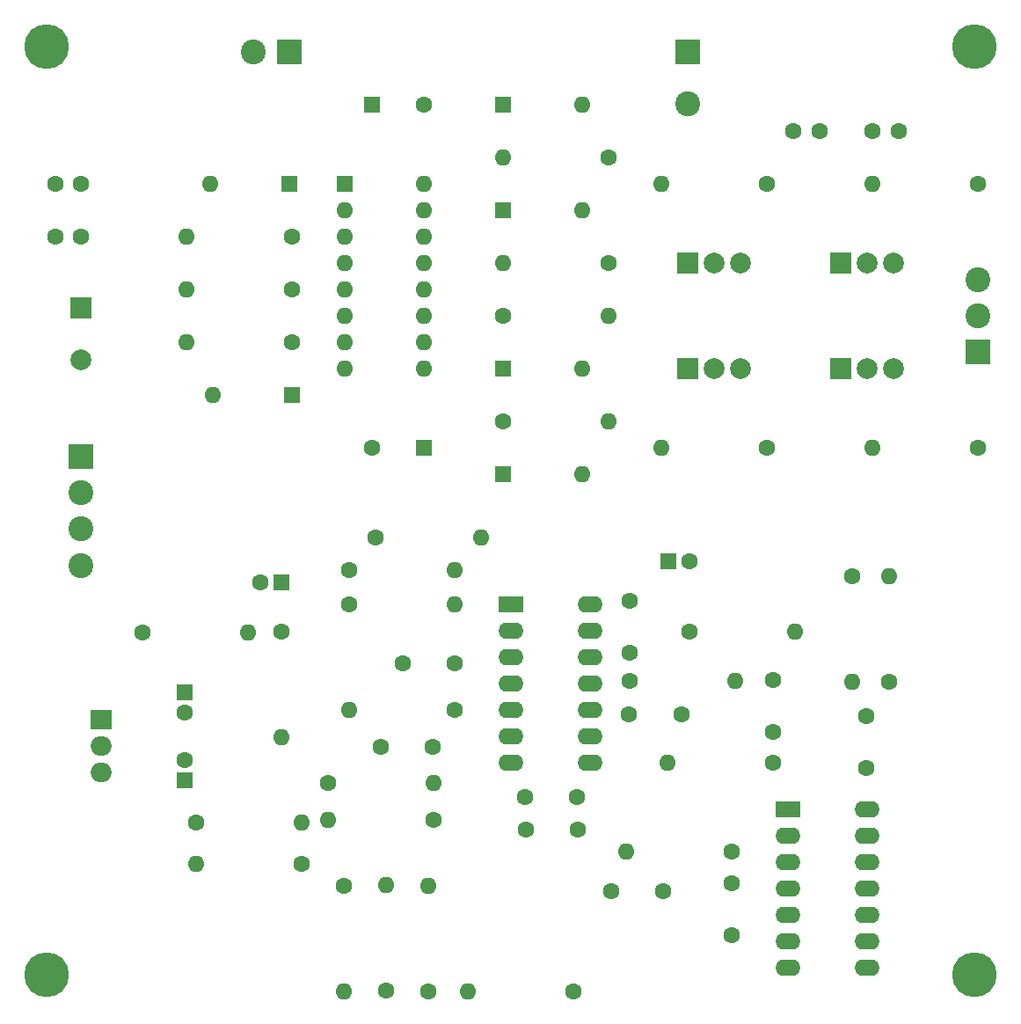
<source format=gbs>
G04 #@! TF.GenerationSoftware,KiCad,Pcbnew,(5.1.10-1-10_14)*
G04 #@! TF.CreationDate,2021-09-10T00:56:05+12:00*
G04 #@! TF.ProjectId,joint_pcb,6a6f696e-745f-4706-9362-2e6b69636164,rev?*
G04 #@! TF.SameCoordinates,Original*
G04 #@! TF.FileFunction,Soldermask,Bot*
G04 #@! TF.FilePolarity,Negative*
%FSLAX46Y46*%
G04 Gerber Fmt 4.6, Leading zero omitted, Abs format (unit mm)*
G04 Created by KiCad (PCBNEW (5.1.10-1-10_14)) date 2021-09-10 00:56:05*
%MOMM*%
%LPD*%
G01*
G04 APERTURE LIST*
%ADD10C,2.400000*%
%ADD11R,2.400000X2.400000*%
%ADD12C,1.600000*%
%ADD13R,1.600000X1.600000*%
%ADD14O,1.600000X1.600000*%
%ADD15C,2.000000*%
%ADD16R,2.000000X2.000000*%
%ADD17C,4.300000*%
%ADD18R,2.400000X1.600000*%
%ADD19O,2.400000X1.600000*%
%ADD20R,2.000000X1.905000*%
%ADD21O,2.000000X1.905000*%
G04 APERTURE END LIST*
D10*
X147320000Y-72700000D03*
X147320000Y-76200000D03*
D11*
X147320000Y-79700000D03*
D12*
X119551200Y-99771200D03*
D13*
X117551200Y-99771200D03*
D14*
X129717800Y-106553000D03*
D12*
X119557800Y-106553000D03*
D10*
X60934600Y-100212800D03*
X60934600Y-96712800D03*
X60934600Y-93212800D03*
D11*
X60934600Y-89712800D03*
D14*
X93980000Y-63500000D03*
X86360000Y-81280000D03*
X93980000Y-66040000D03*
X86360000Y-78740000D03*
X93980000Y-68580000D03*
X86360000Y-76200000D03*
X93980000Y-71120000D03*
X86360000Y-73660000D03*
X93980000Y-73660000D03*
X86360000Y-71120000D03*
X93980000Y-76200000D03*
X86360000Y-68580000D03*
X93980000Y-78740000D03*
X86360000Y-66040000D03*
X93980000Y-81280000D03*
D13*
X86360000Y-63500000D03*
D14*
X111760000Y-86360000D03*
D12*
X101600000Y-86360000D03*
D14*
X111760000Y-76200000D03*
D12*
X101600000Y-76200000D03*
D14*
X116840000Y-88900000D03*
D12*
X127000000Y-88900000D03*
D14*
X137160000Y-88900000D03*
D12*
X147320000Y-88900000D03*
D14*
X137160000Y-63500000D03*
D12*
X147320000Y-63500000D03*
D14*
X116840000Y-63500000D03*
D12*
X127000000Y-63500000D03*
D14*
X101600000Y-71120000D03*
D12*
X111760000Y-71120000D03*
D14*
X101600000Y-60960000D03*
D12*
X111760000Y-60960000D03*
D14*
X71120000Y-73660000D03*
D12*
X81280000Y-73660000D03*
D14*
X71120000Y-68580000D03*
D12*
X81280000Y-68580000D03*
D14*
X71120000Y-78740000D03*
D12*
X81280000Y-78740000D03*
D15*
X139192000Y-81280000D03*
X136652000Y-81280000D03*
D16*
X134112000Y-81280000D03*
D15*
X124460000Y-81280000D03*
X121920000Y-81280000D03*
D16*
X119380000Y-81280000D03*
D15*
X139192000Y-71120000D03*
X136652000Y-71120000D03*
D16*
X134112000Y-71120000D03*
D15*
X124460000Y-71120000D03*
X121920000Y-71120000D03*
D16*
X119380000Y-71120000D03*
D10*
X77526000Y-50800000D03*
D11*
X81026000Y-50800000D03*
D17*
X57658000Y-50241200D03*
X57658000Y-139598400D03*
X146964400Y-50241200D03*
X146964400Y-139598400D03*
D14*
X109220000Y-91440000D03*
D13*
X101600000Y-91440000D03*
D14*
X109220000Y-81280000D03*
D13*
X101600000Y-81280000D03*
D14*
X109220000Y-66040000D03*
D13*
X101600000Y-66040000D03*
D14*
X109220000Y-55880000D03*
D13*
X101600000Y-55880000D03*
D14*
X73406000Y-63500000D03*
D13*
X81026000Y-63500000D03*
D14*
X73660000Y-83820000D03*
D13*
X81280000Y-83820000D03*
D12*
X132040000Y-58420000D03*
X129540000Y-58420000D03*
X139660000Y-58420000D03*
X137160000Y-58420000D03*
D10*
X119380000Y-55800000D03*
D11*
X119380000Y-50800000D03*
D12*
X93980000Y-55880000D03*
D13*
X88980000Y-55880000D03*
D12*
X88980000Y-88900000D03*
D13*
X93980000Y-88900000D03*
D12*
X58460000Y-68580000D03*
X60960000Y-68580000D03*
X58460000Y-63500000D03*
X60960000Y-63500000D03*
D15*
X60960000Y-80438000D03*
D16*
X60960000Y-75438000D03*
D13*
X70942200Y-112395000D03*
D12*
X70942200Y-114395000D03*
X70942200Y-118929400D03*
D13*
X70942200Y-120929400D03*
D14*
X99441000Y-97510600D03*
D12*
X89281000Y-97510600D03*
D14*
X96951800Y-100660200D03*
D12*
X86791800Y-100660200D03*
X86741000Y-103962200D03*
D14*
X96901000Y-103962200D03*
D12*
X113817400Y-111328200D03*
D14*
X123977400Y-111328200D03*
D12*
X89839800Y-117678200D03*
X94839800Y-117678200D03*
X103759000Y-125653800D03*
X108759000Y-125653800D03*
X127584200Y-116205000D03*
X127584200Y-111205000D03*
D13*
X80264000Y-101854000D03*
D12*
X78264000Y-101854000D03*
X103737400Y-122504200D03*
X108737400Y-122504200D03*
X113745000Y-114528600D03*
X118745000Y-114528600D03*
X113817400Y-103657400D03*
X113817400Y-108657400D03*
X123596400Y-135788400D03*
X123596400Y-130788400D03*
D18*
X129006600Y-123723400D03*
D19*
X136626600Y-138963400D03*
X129006600Y-126263400D03*
X136626600Y-136423400D03*
X129006600Y-128803400D03*
X136626600Y-133883400D03*
X129006600Y-131343400D03*
X136626600Y-131343400D03*
X129006600Y-133883400D03*
X136626600Y-128803400D03*
X129006600Y-136423400D03*
X136626600Y-126263400D03*
X129006600Y-138963400D03*
X136626600Y-123723400D03*
D14*
X77063600Y-106629200D03*
D12*
X66903600Y-106629200D03*
X96901000Y-114122200D03*
D14*
X86741000Y-114122200D03*
D12*
X80238600Y-106553000D03*
D14*
X80238600Y-116713000D03*
X138734800Y-101269800D03*
D12*
X138734800Y-111429800D03*
D14*
X94869000Y-121132600D03*
D12*
X84709000Y-121132600D03*
X94869000Y-124663200D03*
D14*
X84709000Y-124663200D03*
D12*
X127584200Y-119202200D03*
D14*
X117424200Y-119202200D03*
X135229600Y-111429800D03*
D12*
X135229600Y-101269800D03*
X123596400Y-127762000D03*
D14*
X113436400Y-127762000D03*
D12*
X94411800Y-141198600D03*
D14*
X94411800Y-131038600D03*
X98196400Y-141198600D03*
D12*
X108356400Y-141198600D03*
D14*
X86233000Y-141173200D03*
D12*
X86233000Y-131013200D03*
X90347800Y-141147800D03*
D14*
X90347800Y-130987800D03*
D19*
X110007400Y-103962200D03*
X102387400Y-119202200D03*
X110007400Y-106502200D03*
X102387400Y-116662200D03*
X110007400Y-109042200D03*
X102387400Y-114122200D03*
X110007400Y-111582200D03*
X102387400Y-111582200D03*
X110007400Y-114122200D03*
X102387400Y-109042200D03*
X110007400Y-116662200D03*
X102387400Y-106502200D03*
X110007400Y-119202200D03*
D18*
X102387400Y-103962200D03*
D20*
X62865000Y-115036600D03*
D21*
X62865000Y-117576600D03*
X62865000Y-120116600D03*
D14*
X82228001Y-124994401D03*
D12*
X72068001Y-124994401D03*
X82219800Y-128955800D03*
D14*
X72059800Y-128955800D03*
D12*
X96951800Y-109601000D03*
X91951800Y-109601000D03*
X136550400Y-119731800D03*
X136550400Y-114731800D03*
X117014000Y-131521200D03*
X112014000Y-131521200D03*
M02*

</source>
